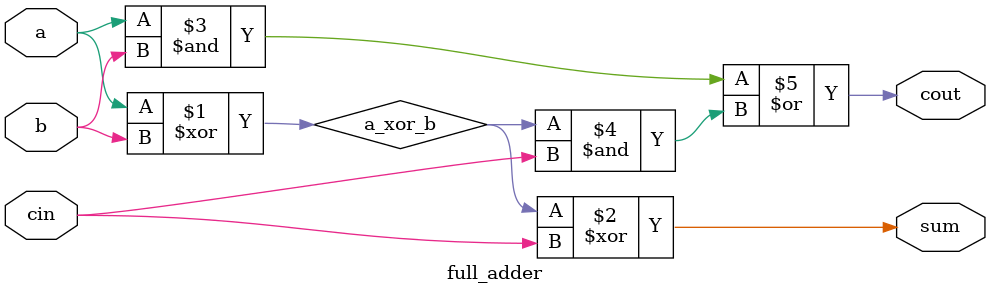
<source format=v>
module full_adder (
    input  wire a,
    input  wire b,
    input  wire cin,
    output wire sum,
    output wire cout
);
    wire a_xor_b;
    assign a_xor_b = a ^ b;
    assign sum = a_xor_b ^ cin;
  assign cout = (a & b) | (a_xor_b & cin);
endmodule

</source>
